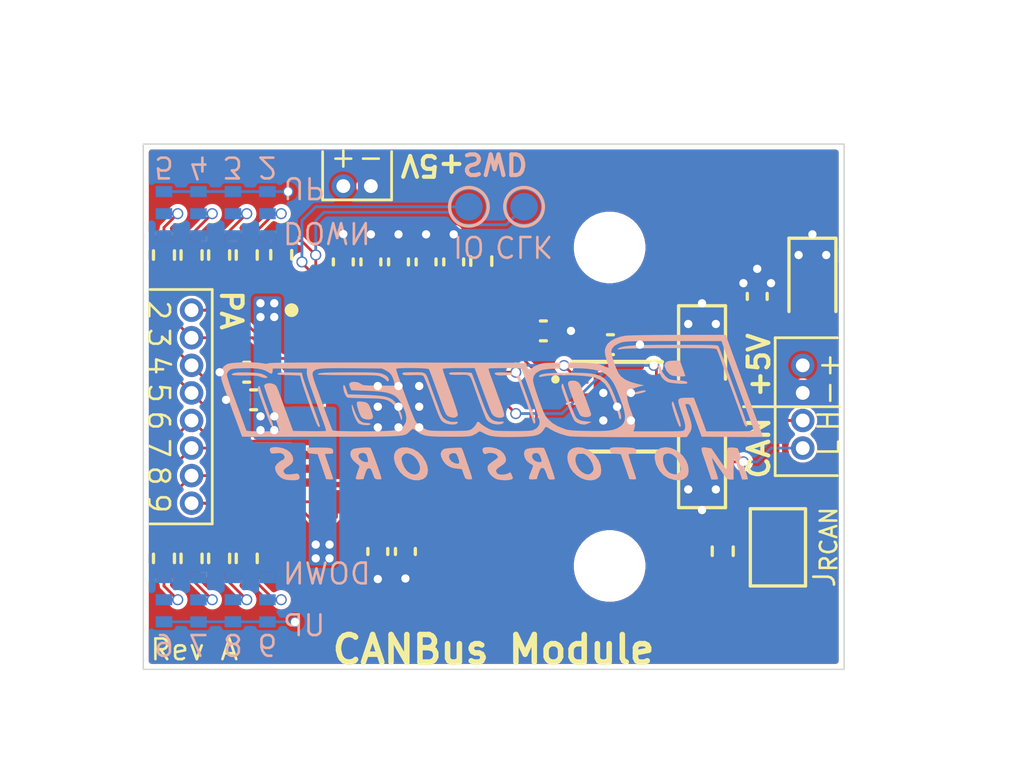
<source format=kicad_pcb>
(kicad_pcb (version 20241229) (generator "pcbnew") (generator_version "9.0")
  (layers (0 "F.Cu" signal) (2 "B.Cu" signal) (13 "F.Paste" user) (15 "B.Paste" user) (5 "F.SilkS" user "F.Silkscreen") (7 "B.SilkS" user "B.Silkscreen") (1 "F.Mask" user) (3 "B.Mask" user) (25 "Edge.Cuts" user))
  (net 0 "")
  (net 1 "+5V")
  (net 2 "GND")
  (net 3 "Net-(IC1-~{RESET})")
  (net 7 "CAN_STBY")
  (net 12 "CAN_TX")
  (net 15 "Net-(IC1-PA31_SWDIO)")
  (net 18 "CAN_RX")
  (net 23 "Net-(IC1-PA30_SWCLK)")
  (net 29 "CAN_NSIL")
  (net 32 "CANL")
  (net 33 "CANH")
  (net 34 "Net-(JP2-B)")
  (net 37 "Net-(JP3-C)")
  (net 38 "PA09")
  (net 39 "PA08")
  (net 40 "PA04")
  (net 41 "PA06")
  (net 42 "PA05")
  (net 43 "PA02")
  (net 44 "PA03")
  (net 45 "PA07")
  (net 46 "Net-(JP1-C)")
  (net 47 "Net-(JP4-C)")
  (net 48 "Net-(JP5-C)")
  (net 49 "Net-(JP6-C)")
  (net 50 "Net-(JP7-C)")
  (net 51 "Net-(JP8-C)")
  (net 52 "Net-(JP9-C)")
  (footprint "Diode_SMD:D_SOD-323" (layer "F.Cu") (at 133 56.95 -90)
    (property "Reference" "D2" (hide yes))
    (property "Value" "PESD5V0S1BAF")
  )
  (footprint "Capacitor_SMD:C_0402_1005Metric" (layer "F.Cu") (at 135 55 90)
    (property "Reference" "C12" (hide yes))
    (property "Value" "10u")
  )
  (footprint "ATA6560-GBQW-N:VDFN8_3X3_MCH" (layer "F.Cu") (at 129.9224 59)
    (property "Reference" "U1" (hide yes))
    (property "Value" "ATA6560-GBQW-N")
  )
  (footprint "Resistor_SMD:R_0402_1005Metric" (layer "F.Cu") (at 116.5 64.5 -90)
    (property "Reference" "R11" (hide yes))
    (property "Value" "1k")
  )
  (footprint "Resistor_SMD:R_0402_1005Metric" (layer "F.Cu") (at 117.75 53.49 -90)
    (property "Reference" "R2" (hide yes))
    (property "Value" "1k")
  )
  (footprint "Capacitor_SMD:C_0402_1005Metric" (layer "F.Cu") (at 122 53.75 90)
    (property "Reference" "C6" (hide yes))
    (property "Value" "100n")
  )
  (footprint "Resistor_SMD:R_0402_1005Metric" (layer "F.Cu") (at 113.5 53.5 90)
    (property "Reference" "R7" (hide yes))
    (property "Value" "1k")
  )
  (footprint "Resistor_SMD:R_0402_1005Metric" (layer "F.Cu") (at 115.5 64.5 -90)
    (property "Reference" "R10" (hide yes))
    (property "Value" "1k")
  )
  (footprint "Conn01x04:01x04_1mm" (layer "F.Cu") (at 137.15 61 180)
    (property "Reference" "J3" (hide yes))
    (property "Value" "Conn_01x04_Socket")
  )
  (footprint "Capacitor_SMD:C_0402_1005Metric" (layer "F.Cu") (at 123 53.75 90)
    (property "Reference" "C2" (hide yes))
    (property "Value" "10u")
  )
  (footprint "Capacitor_SMD:C_0402_1005Metric" (layer "F.Cu") (at 120 53.75 90)
    (property "Reference" "C1" (hide yes))
    (property "Value" "10u")
  )
  (footprint "Resistor_SMD:R_0402_1005Metric" (layer "F.Cu") (at 116.5 53.5 90)
    (property "Reference" "R5" (hide yes))
    (property "Value" "1k")
  )
  (footprint "Capacitor_SMD:C_0402_1005Metric" (layer "F.Cu") (at 127.25 56.25)
    (property "Reference" "C9" (hide yes))
    (property "Value" "100n")
  )
  (footprint "Capacitor_SMD:C_0402_1005Metric" (layer "F.Cu") (at 124 53.75 90)
    (property "Reference" "C10" (hide yes))
    (property "Value" "100n")
  )
  (footprint "Diode_SMD:D_SOD-323" (layer "F.Cu") (at 133 61.05 90)
    (property "Reference" "D3" (hide yes))
    (property "Value" "PESD5V0S1BAF")
  )
  (footprint "Resistor_SMD:R_0402_1005Metric" (layer "F.Cu") (at 113.5 64.5 -90)
    (property "Reference" "R8" (hide yes))
    (property "Value" "1k")
  )
  (footprint "Resistor_SMD:R_0402_1005Metric" (layer "F.Cu") (at 115.5 53.5 90)
    (property "Reference" "R4" (hide yes))
    (property "Value" "1k")
  )
  (footprint "Resistor_SMD:R_0402_1005Metric" (layer "F.Cu") (at 125 53.72 -90)
    (property "Reference" "R1" (hide yes))
    (property "Value" "100k")
  )
  (footprint "Resistor_SMD:R_0402_1005Metric" (layer "F.Cu") (at 114.5 53.5 90)
    (property "Reference" "R6" (hide yes))
    (property "Value" "1k")
  )
  (footprint "Capacitor_SMD:C_0402_1005Metric" (layer "F.Cu") (at 122.25 64.25 -90)
    (property "Reference" "C4" (hide yes))
    (property "Value" "10u")
  )
  (footprint "Resistor_SMD:R_0402_1005Metric" (layer "F.Cu") (at 133.75 64.24 -90)
    (property "Reference" "R3" (hide yes))
    (property "Value" "120")
  )
  (footprint "MountingHole:MountingHole_2.2mm_M2" (layer "F.Cu") (at 129.65 64.775)
    (property "Reference" "REF**" (hide yes))
    (property "Value" "MountingHole_2.2mm_M2")
  )
  (footprint "Capacitor_SMD:C_0402_1005Metric" (layer "F.Cu") (at 121 53.75 90)
    (property "Reference" "C5" (hide yes))
    (property "Value" "100n")
  )
  (footprint "PIC32CM1216JH01048-I/U5B:QFN50P700X700X90-49N-D" (layer "F.Cu") (at 122 59)
    (property "Reference" "IC1" (hide yes))
    (property "Value" "PIC32CM1216JH01048-I_U5B" (hide yes))
  )
  (footprint "Capacitor_SMD:C_0402_1005Metric" (layer "F.Cu") (at 116.5 57.75 180)
    (property "Reference" "C3" (hide yes))
    (property "Value" "10u")
  )
  (footprint "Capacitor_SMD:C_0402_1005Metric" (layer "F.Cu") (at 129.68 56.75)
    (property "Reference" "C11" (hide yes))
    (property "Value" "100n")
  )
  (footprint "Jumper:SolderJumper-2_P1.3mm_Open_Pad1.0x1.5mm" (layer "F.Cu") (at 135.75 64.1 -90)
    (property "Reference" "JP2" (hide yes))
    (property "Value" "Jumper_2_Small_Open")
  )
  (footprint "Conn_01x08:Untitled" (layer "F.Cu") (at 115 63 180)
    (property "Reference" "J1" (hide yes))
    (property "Value" "Conn_01x08_Socket" (hide yes))
  )
  (footprint "Diode_SMD:D_SOD-323" (layer "F.Cu") (at 137 54.5 -90)
    (property "Reference" "D1" (hide yes))
    (property "Value" "PESD5V0S1BAF")
  )
  (footprint "Capacitor_SMD:C_0402_1005Metric" (layer "F.Cu") (at 116.75 58.75 180)
    (property "Reference" "C7" (hide yes))
    (property "Value" "100n")
  )
  (footprint "Conn_01x02:Untitled" (layer "F.Cu") (at 121.5 50.5 -90)
    (property "Reference" "J2" (hide yes))
    (property "Value" "Conn_01x02_Socket" (hide yes))
  )
  (footprint "MountingHole:MountingHole_2.2mm_M2" (layer "F.Cu") (at 129.65 53.225)
    (property "Reference" "REF**" (hide yes))
    (property "Value" "MountingHole_2.2mm_M2")
  )
  (footprint "Capacitor_SMD:C_0402_1005Metric" (layer "F.Cu") (at 121.25 64.25 -90)
    (property "Reference" "C8" (hide yes))
    (property "Value" "100n")
  )
  (footprint "Resistor_SMD:R_0402_1005Metric" (layer "F.Cu") (at 114.5 64.5 -90)
    (property "Reference" "R9" (hide yes))
    (property "Value" "1k")
  )
  (footprint "SolderJumperSmall:Jumper3Small" (layer "B.Cu") (at 113.9 53.1 90)
    (property "Reference" "JP5" (hide yes))
    (property "Value" "SolderJumper_3_Open" (hide yes))
  )
  (footprint "SolderJumperSmall:Jumper3Small" (layer "B.Cu") (at 115.15 53.1 90)
    (property "Reference" "JP4" (hide yes))
    (property "Value" "SolderJumper_3_Open" (hide yes))
  )
  (footprint "TestPoint:TestPoint_Pad_D1.0mm" (layer "B.Cu") (at 124.549999 51.75 180)
    (property "Reference" "TP3" (hide yes))
    (property "Value" "TestPoint")
  )
  (footprint "TestPoint:TestPoint_Pad_D1.0mm" (layer "B.Cu") (at 126.549999 51.75 180)
    (property "Reference" "TP4" (hide yes))
    (property "Value" "TestPoint")
  )
  (footprint "SolderJumperSmall:Jumper3Small" (layer "B.Cu") (at 115.6 64.9 -90)
    (property "Reference" "JP8" (hide yes))
    (property "Value" "SolderJumper_3_Open" (hide yes))
  )
  (footprint "Logos:RowanMotorsports" (layer "B.Cu") (at 125.742775 59.244323 180)
    (property "Reference" "G***" (hide yes))
    (property "Value" "LOGO" (hide yes))
  )
  (footprint "SolderJumperSmall:Jumper3Small" (layer "B.Cu") (at 114.350001 64.903152 -90)
    (property "Reference" "JP7" (hide yes))
    (property "Value" "SolderJumper_3_Open" (hide yes))
  )
  (footprint "SolderJumperSmall:Jumper3Small" (layer "B.Cu") (at 116.850001 64.903152 -90)
    (property "Reference" "JP9" (hide yes))
    (property "Value" "SolderJumper_3_Open" (hide yes))
  )
  (footprint "SolderJumperSmall:Jumper3Small" (layer "B.Cu") (at 117.65 53.1 90)
    (property "Reference" "JP3" (hide yes))
    (property "Value" "SolderJumper_3_Open" (hide yes))
  )
  (footprint "SolderJumperSmall:Jumper3Small" (layer "B.Cu") (at 113.1 64.9 -90)
    (property "Reference" "JP6" (hide yes))
    (property "Value" "SolderJumper_3_Open" (hide yes))
  )
  (footprint "SolderJumperSmall:Jumper3Small" (layer "B.Cu") (at 116.4 53.1 90)
    (property "Reference" "JP1" (hide yes))
    (property "Value" "SolderJumper_3_Open" (hide yes))
  )
  (gr_line (start 121.75 51.5) (end 119.25 51.5) (stroke (width 0.1)) (layer "F.SilkS"))
  (gr_line (start 135.65 61.5) (end 135.65 56.5) (stroke (width 0.1)) (layer "F.SilkS"))
  (gr_line (start 119.25 51.5) (end 119.25 49.75) (stroke (width 0.1)) (layer "F.SilkS"))
  (gr_line (start 115.25 54.75) (end 115.25 63.25) (stroke (width 0.1)) (layer "F.SilkS"))
  (gr_line (start 113 54.75) (end 115.25 54.75) (stroke (width 0.1)) (layer "F.SilkS"))
  (gr_line (start 135.65 61.5) (end 137.9 61.5) (stroke (width 0.1)) (layer "F.SilkS"))
  (gr_line (start 135.65 56.5) (end 137.9 56.5) (stroke (width 0.1)) (layer "F.SilkS"))
  (gr_line (start 121.75 49.75) (end 121.75 51.5) (stroke (width 0.1)) (layer "F.SilkS"))
  (gr_line (start 134.5 59) (end 138 59) (stroke (width 0.1)) (layer "F.SilkS"))
  (gr_line (start 115.25 63.25) (end 113 63.25) (stroke (width 0.1)) (layer "F.SilkS"))
  (gr_rect (start 112.75 49.475) (end 138.15 68.525) (stroke (width 0.05)) (fill no) (layer "Edge.Cuts"))
  (gr_text "H" (at 137.15 59.5 90) (layer "F.SilkS") (effects (font (size 0.75 0.75) (thickness 0.09375)) (justify top)))
  (gr_text "7" (at 113.75 60.5 270) (layer "F.SilkS") (effects (font (size 0.75 0.75) (thickness 0.09375)) (justify top)))
  (gr_text "J_{RCAN}" (at 137 64.1 90) (layer "F.SilkS") (effects (font (size 0.75 0.75) (thickness 0.09375)) (justify top)))
  (gr_text "+" (at 120 50.5 180) (layer "F.SilkS") (effects (font (size 0.75 0.75) (thickness 0.09375)) (justify top)))
  (gr_text "-" (at 121 50.5 180) (layer "F.SilkS") (effects (font (size 0.75 0.75) (thickness 0.09375)) (justify top)))
  (gr_text "+" (at 137.15 57.5 90) (layer "F.SilkS") (effects (font (size 0.75 0.75) (thickness 0.09375)) (justify top)))
  (gr_text "+5V" (at 122 50.25 180) (layer "F.SilkS") (effects (font (size 0.75 0.75) (thickness 0.15) (bold yes)) (justify right)))
  (gr_text "9" (at 113.75 62.5 270) (layer "F.SilkS") (effects (font (size 0.75 0.75) (thickness 0.09375)) (justify top)))
  (gr_text "-" (at 137.15 58.5 90) (layer "F.SilkS") (effects (font (size 0.75 0.75) (thickness 0.09375)) (justify top)))
  (gr_text "6" (at 113.75 59.5 270) (layer "F.SilkS") (effects (font (size 0.75 0.75) (thickness 0.09375)) (justify top)))
  (gr_text "CANBus Module" (at 125.444538 68.393411 0) (layer "F.SilkS") (effects (font (size 1 1) (thickness 0.2) (bold yes)) (justify bottom)))
  (gr_text "2" (at 113.75 55.5 270) (layer "F.SilkS") (effects (font (size 0.75 0.75) (thickness 0.09375)) (justify top)))
  (gr_text "+5V" (at 135.5 57.5 90) (layer "F.SilkS") (effects (font (size 0.75 0.75) (thickness 0.15) (bold yes)) (justify bottom)))
  (gr_text "3" (at 113.75 56.5 270) (layer "F.SilkS") (effects (font (size 0.75 0.75) (thickness 0.09375)) (justify top)))
  (gr_text "8" (at 113.75 61.5 270) (layer "F.SilkS") (effects (font (size 0.75 0.75) (thickness 0.09375)) (justify top)))
  (gr_text "L" (at 137.15 60.5 90) (layer "F.SilkS") (effects (font (size 0.75 0.75) (thickness 0.09375)) (justify top)))
  (gr_text "PA" (at 115.5 55.5 270) (layer "F.SilkS") (effects (font (size 0.75 0.75) (thickness 0.15) (bold yes)) (justify bottom)))
  (gr_text "CAN" (at 135.5 60.5 90) (layer "F.SilkS") (effects (font (size 0.75 0.75) (thickness 0.15) (bold yes)) (justify bottom)))
  (gr_text "5" (at 113.75 58.5 270) (layer "F.SilkS") (effects (font (size 0.75 0.75) (thickness 0.09375)) (justify top)))
  (gr_text "Rev A" (at 112.95 68.25 0) (layer "F.SilkS") (effects (font (size 0.75 0.75) (thickness 0.09375)) (justify left bottom)))
  (gr_text "4" (at 113.75 57.5 270) (layer "F.SilkS") (effects (font (size 0.75 0.75) (thickness 0.09375)) (justify top)))
  (gr_text "DOWN" (at 117.75 65.5 0) (layer "B.SilkS") (effects (font (size 0.75 0.75) (thickness 0.09375)) (justify right bottom mirror)))
  (gr_text "4" (at 114.75 50.75 180) (layer "B.SilkS") (effects (font (size 0.75 0.75) (thickness 0.09375)) (justify top mirror)))
  (gr_text "DOWN" (at 117.75 52.25 180) (layer "B.SilkS") (effects (font (size 0.75 0.75) (thickness 0.09375)) (justify left bottom mirror)))
  (gr_text "7" (at 114.75 67.25 0) (layer "B.SilkS") (effects (font (size 0.75 0.75) (thickness 0.09375)) (justify top mirror)))
  (gr_text "5" (at 113.5 50.75 180) (layer "B.SilkS") (effects (font (size 0.75 0.75) (thickness 0.09375)) (justify top mirror)))
  (gr_text "IO" (at 124.549999 52.75 -180) (layer "B.SilkS") (effects (font (size 0.75 0.75) (thickness 0.09375)) (justify bottom mirror)))
  (gr_text "6" (at 113.5 67.25 0) (layer "B.SilkS") (effects (font (size 0.75 0.75) (thickness 0.09375)) (justify top mirror)))
  (gr_text "2" (at 117.25 50.75 180) (layer "B.SilkS") (effects (font (size 0.75 0.75) (thickness 0.09375)) (justify top mirror)))
  (gr_text "8" (at 116 67.25 0) (layer "B.SilkS") (effects (font (size 0.75 0.75) (thickness 0.09375)) (justify top mirror)))
  (gr_text "9" (at 117.25 67.25 0) (layer "B.SilkS") (effects (font (size 0.75 0.75) (thickness 0.09375)) (justify top mirror)))
  (gr_text "CLK" (at 126.549999 52.75 -180) (layer "B.SilkS") (effects (font (size 0.75 0.75) (thickness 0.09375)) (justify bottom mirror)))
  (gr_text "UP" (at 117.75 51.5 180) (layer "B.SilkS") (effects (font (size 0.75 0.75) (thickness 0.09375)) (justify left top mirror)))
  (gr_text "3" (at 116 50.75 180) (layer "B.SilkS") (effects (font (size 0.75 0.75) (thickness 0.09375)) (justify top mirror)))
  (gr_text "SWD" (at 125.5 49.75 -180) (layer "B.SilkS") (effects (font (size 0.75 0.75) (thickness 0.15) (bold yes)) (justify bottom mirror)))
  (gr_text "UP" (at 117.75 66.5 0) (layer "B.SilkS") (effects (font (size 0.75 0.75) (thickness 0.09375)) (justify right top mirror)))
  (segment (start 121.75 55.55) (end 121.25 55.55) (width 0.2) (layer "F.Cu") (net 1))
  (via (at 119 64) (size 0.4) (drill 0.3) (layers "F.Cu" "B.Cu") (net 1))
  (via (at 117.498615 59.849997) (size 0.4) (drill 0.3) (layers "F.Cu" "B.Cu") (net 1))
  (via (at 116.99713 55.248077) (size 0.4) (drill 0.3) (layers "F.Cu" "B.Cu") (net 1))
  (via (at 117.49713 55.248077) (size 0.4) (drill 0.3) (layers "F.Cu" "B.Cu") (net 1))
  (via (at 116.998615 59.349997) (size 0.4) (drill 0.3) (layers "F.Cu" "B.Cu") (net 1))
  (via (at 119.5 64.5) (size 0.4) (drill 0.3) (layers "F.Cu" "B.Cu") (net 1))
  (via (at 119 64.5) (size 0.4) (drill 0.3) (layers "F.Cu" "B.Cu") (net 1))
  (via (at 116.99713 55.748077) (size 0.4) (drill 0.3) (layers "F.Cu" "B.Cu") (net 1))
  (via (at 118.25 66.803152) (size 0.4) (drill 0.3) (layers "F.Cu" "B.Cu") (net 1))
  (via (at 117.49713 55.748077) (size 0.4) (drill 0.3) (layers "F.Cu" "B.Cu") (net 1))
  (via (at 119.5 64) (size 0.4) (drill 0.3) (layers "F.Cu" "B.Cu") (net 1))
  (via (at 117.498615 59.349997) (size 0.4) (drill 0.3) (layers "F.Cu" "B.Cu") (net 1))
  (via (at 116.998615 59.849997) (size 0.4) (drill 0.3) (layers "F.Cu" "B.Cu") (net 1))
  (via (at 118 51.2) (size 0.4) (drill 0.3) (layers "F.Cu" "B.Cu") (net 1))
  (segment (start 118.25 66.803152) (end 118.246848 66.8) (width 0.1) (layer "B.Cu") (net 1))
  (segment (start 118 51.2) (end 113.5 51.2) (width 0.1) (layer "B.Cu") (net 1))
  (segment (start 118.246848 66.8) (end 113.5 66.8) (width 0.1) (layer "B.Cu") (net 1))
  (segment (start 129.5922 58.6698) (end 129.9224 59) (width 0.2) (layer "F.Cu") (net 2))
  (segment (start 120 53.27) (end 120 52.74) (width 0.2) (layer "F.Cu") (net 2))
  (segment (start 133 62) (end 133.5 62) (width 0.2) (layer "F.Cu") (net 2))
  (segment (start 135 54.52) (end 135.5 54.52) (width 0.2) (layer "F.Cu") (net 2))
  (segment (start 122 52.75) (end 122 53.27) (width 0.2) (layer "F.Cu") (net 2))
  (segment (start 133 56) (end 132.5 56) (width 0.2) (layer "F.Cu") (net 2))
  (segment (start 135 54.52) (end 134.5 54.52) (width 0.2) (layer "F.Cu") (net 2))
  (segment (start 121.75 59.25) (end 121.75 62.45) (width 0.2) (layer "F.Cu") (net 2))
  (segment (start 130 56.75) (end 130.75 56.75) (width 0.2) (layer "F.Cu") (net 2))
  (segment (start 128.5 58.6698) (end 129.5922 58.6698) (width 0.2) (layer "F.Cu") (net 2))
  (segment (start 121 53.27) (end 121 52.75) (width 0.2) (layer "F.Cu") (net 2))
  (segment (start 115.52 57.75) (end 116.02 57.75) (width 0.2) (layer "F.Cu") (net 2))
  (segment (start 124.25 56.75) (end 125.45 56.75) (width 0.2) (layer "F.Cu") (net 2))
  (segment (start 123 52.75) (end 123 53.27) (width 0.2) (layer "F.Cu") (net 2))
  (segment (start 137 53.5) (end 136.5 53.5) (width 0.2) (layer "F.Cu") (net 2))
  (segment (start 122.25 65.23) (end 122.25 64.73) (width 0.2) (layer "F.Cu") (net 2))
  (segment (start 133 56) (end 133 55.25) (width 0.2) (layer "F.Cu") (net 2))
  (segment (start 137 53.5) (end 137.5 53.5) (width 0.2) (layer "F.Cu") (net 2))
  (segment (start 122 59) (end 121.25 58.25) (width 0.2) (layer "F.Cu") (net 2))
  (segment (start 122.25 55.55) (end 122.25 58.75) (width 0.2) (layer "F.Cu") (net 2))
  (segment (start 133 62) (end 133 62.75) (width 0.2) (layer "F.Cu") (net 2))
  (segment (start 116.27 58.75) (end 115.75 58.75) (width 0.2) (layer "F.Cu") (net 2))
  (segment (start 135 54.52) (end 135 54) (width 0.2) (layer "F.Cu") (net 2))
  (segment (start 127.73 56.25) (end 128.25 56.25) (width 0.2) (layer "F.Cu") (net 2))
  (segment (start 121.25 65.25) (end 121.25 64.32) (width 0.2) (layer "F.Cu") (net 2))
  (segment (start 122 59) (end 124.25 56.75) (width 0.2) (layer "F.Cu") (net 2))
  (segment (start 122 59) (end 121.75 59.25) (width 0.2) (layer "F.Cu") (net 2))
  (segment (start 122.25 58.75) (end 122 59) (width 0.2) (layer "F.Cu") (net 2))
  (segment (start 121.25 58.25) (end 118.55 58.25) (width 0.2) (layer "F.Cu") (net 2))
  (segment (start 133 62) (end 132.5 62) (width 0.2) (layer "F.Cu") (net 2))
  (segment (start 137 53.5) (end 137 52.75) (width 0.2) (layer "F.Cu") (net 2))
  (segment (start 133 56) (end 133.5 56) (width 0.2) (layer "F.Cu") (net 2))
  (segment (start 124 52.75) (end 124 53.27) (width 0.2) (layer "F.Cu") (net 2))
  (via (at 122.25 65.23) (size 0.4) (drill 0.3) (layers "F.Cu" "B.Cu") (net 2))
  (via (at 130.4224 59.5) (size 0.4) (drill 0.3) (layers "F.Cu" "B.Cu") (net 2))
  (via (at 120 52.74) (size 0.4) (drill 0.3) (layers "F.Cu" "B.Cu") (net 2))
  (via (at 133 62.75) (size 0.4) (drill 0.3) (layers "F.Cu" "B.Cu") (net 2))
  (via (at 129.4224 59.5) (size 0.4) (drill 0.3) (layers "F.Cu" "B.Cu") (net 2))
  (via (at 135.5 54.52) (size 0.4) (drill 0.3) (layers "F.Cu" "B.Cu") (net 2))
  (via (at 137 52.75) (size 0.4) (drill 0.3) (layers "F.Cu" "B.Cu") (net 2))
  (via (at 137.5 53.5) (size 0.4) (drill 0.3) (layers "F.Cu" "B.Cu") (net 2))
  (via (at 122 58.25) (size 0.4) (drill 0.3) (layers "F.Cu" "B.Cu") (net 2))
  (via (at 130.75 56.75) (size 0.4) (drill 0.3) (layers "F.Cu" "B.Cu") (net 2))
  (via (at 134.5 54.52) (size 0.4) (drill 0.3) (layers "F.Cu" "B.Cu") (net 2))
  (via (at 122.75 58.25) (size 0.4) (drill 0.3) (layers "F.Cu" "B.Cu") (net 2))
  (via (at 122 59) (size 0.4) (drill 0.3) (layers "F.Cu" "B.Cu") (net 2))
  (via (at 121 52.75) (size 0.4) (drill 0.3) (layers "F.Cu" "B.Cu") (net 2))
  (via (at 115.75 58.75) (size 0.4) (drill 0.3) (layers "F.Cu" "B.Cu") (net 2))
  (via (at 121.25 65.25) (size 0.4) (drill 0.3) (layers "F.Cu" "B.Cu") (net 2))
  (via (at 121.25 59.75) (size 0.4) (drill 0.3) (layers "F.Cu" "B.Cu") (net 2))
  (via (at 136.5 53.5) (size 0.4) (drill 0.3) (layers "F.Cu" "B.Cu") (net 2))
  (via (at 130.4224 58.5) (size 0.4) (drill 0.3) (layers "F.Cu" "B.Cu") (net 2))
  (via (at 115.52 57.75) (size 0.4) (drill 0.3) (layers "F.Cu" "B.Cu") (net 2))
  (via (at 133.5 62) (size 0.4) (drill 0.3) (layers "F.Cu" "B.Cu") (net 2))
  (via (at 129.9224 59) (size 0.4) (drill 0.3) (layers "F.Cu" "B.Cu") (net 2))
  (via (at 122 52.75) (size 0.4) (drill 0.3) (layers "F.Cu" "B.Cu") (net 2))
  (via (at 133 55.25) (size 0.4) (drill 0.3) (layers "F.Cu" "B.Cu") (net 2))
  (via (at 124 52.75) (size 0.4) (drill 0.3) (layers "F.Cu" "B.Cu") (net 2))
  (via (at 132.5 62) (size 0.4) (drill 0.3) (layers "F.Cu" "B.Cu") (net 2))
  (via (at 132.5 56) (size 0.4) (drill 0.3) (layers "F.Cu" "B.Cu") (net 2))
  (via (at 121.25 58.25) (size 0.4) (drill 0.3) (layers "F.Cu" "B.Cu") (net 2))
  (via (at 129.4224 58.5) (size 0.4) (drill 0.3) (layers "F.Cu" "B.Cu") (net 2))
  (via (at 122.75 59.75) (size 0.4) (drill 0.3) (layers "F.Cu" "B.Cu") (net 2))
  (via (at 135 54) (size 0.4) (drill 0.3) (layers "F.Cu" "B.Cu") (net 2))
  (via (at 123 52.75) (size 0.4) (drill 0.3) (layers "F.Cu" "B.Cu") (net 2))
  (via (at 128.25 56.25) (size 0.4) (drill 0.3) (layers "F.Cu" "B.Cu") (net 2))
  (via (at 121.25 59) (size 0.4) (drill 0.3) (layers "F.Cu" "B.Cu") (net 2))
  (via (at 122.75 59) (size 0.4) (drill 0.3) (layers "F.Cu" "B.Cu") (net 2))
  (via (at 133.5 56) (size 0.4) (drill 0.3) (layers "F.Cu" "B.Cu") (net 2))
  (via (at 122 59.75) (size 0.4) (drill 0.3) (layers "F.Cu" "B.Cu") (net 2))
  (segment (start 124 54.23) (end 123.25 54.98) (width 0.1) (layer "F.Cu") (net 3))
  (segment (start 125 54.23) (end 124 54.23) (width 0.1) (layer "F.Cu") (net 3))
  (segment (start 123.25 54.98) (end 123.25 55.55) (width 0.1) (layer "F.Cu") (net 3))
  (segment (start 126.25 59.25) (end 125.75 58.75) (width 0.1) (layer "F.Cu") (net 7))
  (segment (start 131.3448 57.5948) (end 131.3448 58.0094) (width 0.1) (layer "F.Cu") (net 7))
  (segment (start 131.25 57.5) (end 131.3448 57.5948) (width 0.1) (layer "F.Cu") (net 7))
  (segment (start 125.75 58.75) (end 125.45 58.75) (width 0.1) (layer "F.Cu") (net 7))
  (via (at 131.25 57.5) (size 0.4) (drill 0.3) (layers "F.Cu" "B.Cu") (net 7))
  (via (at 126.25 59.25) (size 0.4) (drill 0.3) (layers "F.Cu" "B.Cu") (net 7))
  (segment (start 127.924 59.25) (end 126.25 59.25) (width 0.1) (layer "B.Cu") (net 7))
  (segment (start 129.674 57.5) (end 127.924 59.25) (width 0.1) (layer "B.Cu") (net 7))
  (segment (start 131.25 57.5) (end 129.674 57.5) (width 0.1) (layer "B.Cu") (net 7))
  (segment (start 126.25 57.75) (end 125.45 57.75) (width 0.1) (layer "F.Cu") (net 12))
  (segment (start 128 57.5094) (end 128.5 58.0094) (width 0.1) (layer "F.Cu") (net 12))
  (via (at 128 57.5094) (size 0.4) (drill 0.3) (layers "F.Cu" "B.Cu") (net 12))
  (via (at 126.25 57.75) (size 0.4) (drill 0.3) (layers "F.Cu" "B.Cu") (net 12))
  (segment (start 127.9906 57.5) (end 128 57.5094) (width 0.1) (layer "B.Cu") (net 12))
  (segment (start 126.5 57.5) (end 127.9906 57.5) (width 0.1) (layer "B.Cu") (net 12))
  (segment (start 126.25 57.75) (end 126.5 57.5) (width 0.1) (layer "B.Cu") (net 12))
  (segment (start 119.577743 54.862) (end 120.112 54.862) (width 0.1) (layer "F.Cu") (net 15))
  (segment (start 120.112 54.862) (end 120.25 55) (width 0.1) (layer "F.Cu") (net 15))
  (segment (start 120.25 55) (end 120.25 55.55) (width 0.1) (layer "F.Cu") (net 15))
  (segment (start 118.5 53.75) (end 118.5 53.784256) (width 0.1) (layer "F.Cu") (net 15))
  (segment (start 118.5 53.784256) (end 119.577743 54.862) (width 0.1) (layer "F.Cu") (net 15))
  (via (at 118.5 53.75) (size 0.4) (drill 0.3) (layers "F.Cu" "B.Cu") (net 15))
  (segment (start 118.5 53.75) (end 118.5 52.25) (width 0.1) (layer "B.Cu") (net 15))
  (segment (start 118.5 52.25) (end 119 51.75) (width 0.1) (layer "B.Cu") (net 15))
  (segment (start 119 51.75) (end 124.549999 51.75) (width 0.1) (layer "B.Cu") (net 15))
  (segment (start 127 59.5) (end 127 57.75) (width 0.1) (layer "F.Cu") (net 18))
  (segment (start 126.5 57.25) (end 125.45 57.25) (width 0.1) (layer "F.Cu") (net 18))
  (segment (start 127 57.75) (end 126.5 57.25) (width 0.1) (layer "F.Cu") (net 18))
  (segment (start 127.4906 59.9906) (end 127 59.5) (width 0.1) (layer "F.Cu") (net 18))
  (segment (start 128.5 59.9906) (end 127.4906 59.9906) (width 0.1) (layer "F.Cu") (net 18))
  (segment (start 118.48 52.98) (end 119 53.5) (width 0.1) (layer "F.Cu") (net 23))
  (segment (start 120.75 55.55) (end 120.75 55) (width 0.1) (layer "F.Cu") (net 23))
  (segment (start 119.661 54.661) (end 119 54) (width 0.1) (layer "F.Cu") (net 23))
  (segment (start 117.75 52.98) (end 118.48 52.98) (width 0.1) (layer "F.Cu") (net 23))
  (segment (start 119 54) (end 119 53.5) (width 0.1) (layer "F.Cu") (net 23))
  (segment (start 119.75 54.661) (end 119.661 54.661) (width 0.1) (layer "F.Cu") (net 23))
  (segment (start 120.75 55) (end 120.5 54.75) (width 0.1) (layer "F.Cu") (net 23))
  (segment (start 120.5 54.75) (end 120.411 54.661) (width 0.1) (layer "F.Cu") (net 23))
  (segment (start 120.411 54.661) (end 119.75 54.661) (width 0.1) (layer "F.Cu") (net 23))
  (via (at 119 53.5) (size 0.4) (drill 0.3) (layers "F.Cu" "B.Cu") (net 23))
  (segment (start 125.898999 52.401) (end 126.549999 51.75) (width 0.1) (layer "B.Cu") (net 23))
  (segment (start 119.299 51.951) (end 123.830345 51.951) (width 0.1) (layer "B.Cu") (net 23))
  (segment (start 124.280345 52.401) (end 125.898999 52.401) (width 0.1) (layer "B.Cu") (net 23))
  (segment (start 119 52.25) (end 119.299 51.951) (width 0.1) (layer "B.Cu") (net 23))
  (segment (start 119 53.5) (end 119 52.25) (width 0.1) (layer "B.Cu") (net 23))
  (segment (start 123.830345 51.951) (end 124.280345 52.401) (width 0.1) (layer "B.Cu") (net 23))
  (segment (start 125.45 58.25) (end 126.549 58.25) (width 0.1) (layer "F.Cu") (net 29))
  (segment (start 126.549 58.25) (end 126.799 58.5) (width 0.1) (layer "F.Cu") (net 29))
  (segment (start 127.715743 60.5) (end 130.8354 60.5) (width 0.1) (layer "F.Cu") (net 29))
  (segment (start 126.799 58.5) (end 126.799 59.583257) (width 0.1) (layer "F.Cu") (net 29))
  (segment (start 130.8354 60.5) (end 131.3448 59.9906) (width 0.1) (layer "F.Cu") (net 29))
  (segment (start 126.799 59.583257) (end 127.715743 60.5) (width 0.1) (layer "F.Cu") (net 29))
  (segment (start 133 60) (end 132.3302 59.3302) (width 0.1) (layer "F.Cu") (net 32))
  (segment (start 134 61) (end 134.5 61) (width 0.1) (layer "F.Cu") (net 32))
  (segment (start 132.3302 59.3302) (end 131.3448 59.3302) (width 0.1) (layer "F.Cu") (net 32))
  (segment (start 133 60) (end 134 61) (width 0.1) (layer "F.Cu") (net 32))
  (segment (start 133.75 63.73) (end 134.5 62.98) (width 0.1) (layer "F.Cu") (net 32))
  (segment (start 134.5 62.98) (end 134.5 61) (width 0.1) (layer "F.Cu") (net 32))
  (via (at 134.5 61) (size 0.4) (drill 0.3) (layers "F.Cu" "B.Cu") (net 32))
  (segment (start 134.5 61) (end 135 61) (width 0.1) (layer "B.Cu") (net 32))
  (segment (start 135 61) (end 135.5 60.5) (width 0.1) (layer "B.Cu") (net 32))
  (segment (start 135.5 60.5) (end 136.65 60.5) (width 0.1) (layer "B.Cu") (net 32))
  (segment (start 132.3302 58.6698) (end 131.3448 58.6698) (width 0.1) (layer "F.Cu") (net 33))
  (segment (start 135.75 59.79896) (end 135.75 63.45) (width 0.1) (layer "F.Cu") (net 33))
  (segment (start 136.65 59.5) (end 134.5 59.5) (width 0.1) (layer "F.Cu") (net 33))
  (segment (start 136.65 59.5) (end 136.04896 59.5) (width 0.1) (layer "F.Cu") (net 33))
  (segment (start 136.04896 59.5) (end 135.75 59.79896) (width 0.1) (layer "F.Cu") (net 33))
  (segment (start 134.5 59.5) (end 133 58) (width 0.1) (layer "F.Cu") (net 33))
  (segment (start 133 58) (end 132.3302 58.6698) (width 0.1) (layer "F.Cu") (net 33))
  (segment (start 133.75 64.75) (end 135.75 64.75) (width 0.1) (layer "F.Cu") (net 34))
  (segment (start 117.75 52) (end 117.49 52) (width 0.1) (layer "F.Cu") (net 37))
  (segment (start 117.49 52) (end 116.5 52.99) (width 0.1) (layer "F.Cu") (net 37))
  (via (at 117.75 52) (size 0.4) (drill 0.3) (layers "F.Cu" "B.Cu") (net 37))
  (segment (start 117.25 52) (end 117.75 52) (width 0.1) (layer "B.Cu") (net 37))
  (segment (start 119.75 63) (end 119.5 63.25) (width 0.1) (layer "F.Cu") (net 38))
  (segment (start 118.25 62.5) (end 114.5 62.5) (width 0.1) (layer "F.Cu") (net 38))
  (segment (start 119.75 62.45) (end 119.75 63) (width 0.1) (layer "F.Cu") (net 38))
  (segment (start 115.01 62.5) (end 114.5 62.5) (width 0.1) (layer "F.Cu") (net 38))
  (segment (start 116.5 63.99) (end 115.01 62.5) (width 0.1) (layer "F.Cu") (net 38))
  (segment (start 119 63.25) (end 118.25 62.5) (width 0.1) (layer "F.Cu") (net 38))
  (segment (start 119.5 63.25) (end 119 63.25) (width 0.1) (layer "F.Cu") (net 38))
  (segment (start 113.924 62.076) (end 114.5 61.5) (width 0.1) (layer "F.Cu") (net 39))
  (segment (start 114.261412 63.076) (end 114.586 63.076) (width 0.1) (layer "F.Cu") (net 39))
  (segment (start 116.75 62.299) (end 118.349 62.299) (width 0.1) (layer "F.Cu") (net 39))
  (segment (start 114.5 61.5) (end 115.951 61.5) (width 0.1) (layer "F.Cu") (net 39))
  (segment (start 113.924 62.738588) (end 113.924 62.076) (width 0.1) (layer "F.Cu") (net 39))
  (segment (start 118.5 62.45) (end 119.25 62.45) (width 0.1) (layer "F.Cu") (net 39))
  (segment (start 118.349 62.299) (end 118.5 62.45) (width 0.1) (layer "F.Cu") (net 39))
  (segment (start 114.586 63.076) (end 115.5 63.99) (width 0.1) (layer "F.Cu") (net 39))
  (segment (start 113.924 62.738588) (end 114.261412 63.076) (width 0.1) (layer "F.Cu") (net 39))
  (segment (start 115.951 61.5) (end 116.75 62.299) (width 0.1) (layer "F.Cu") (net 39))
  (segment (start 115.602885 59.318628) (end 115.25 58.965744) (width 0.1) (layer "F.Cu") (net 40))
  (segment (start 115.25 58.25) (end 114.5 57.5) (width 0.1) (layer "F.Cu") (net 40))
  (segment (start 113.723 55.178155) (end 114.5 54.401156) (width 0.1) (layer "F.Cu") (net 40))
  (segment (start 118.55 60.25) (end 115.838026 60.25) (width 0.1) (layer "F.Cu") (net 40))
  (segment (start 114.5 57.5) (end 113.723 56.723) (width 0.1) (layer "F.Cu") (net 40))
  (segment (start 115.25 58.965744) (end 115.25 58.25) (width 0.1) (layer "F.Cu") (net 40))
  (segment (start 113.723 56.723) (end 113.723 55.178155) (width 0.1) (layer "F.Cu") (net 40))
  (segment (start 114.5 54.401156) (end 114.5 54.01) (width 0.1) (layer "F.Cu") (net 40))
  (segment (start 115.602885 60.014859) (end 115.602885 59.318628) (width 0.1) (layer "F.Cu") (net 40))
  (segment (start 115.838026 60.25) (end 115.602885 60.014859) (width 0.1) (layer "F.Cu") (net 40))
  (segment (start 114.519514 59.5) (end 116.269513 61.25) (width 0.1) (layer "F.Cu") (net 41))
  (segment (start 113.5 60.5) (end 114.5 59.5) (width 0.1) (layer "F.Cu") (net 41))
  (segment (start 116.269513 61.25) (end 118.55 61.25) (width 0.1) (layer "F.Cu") (net 41))
  (segment (start 113.5 63.99) (end 113.5 60.5) (width 0.1) (layer "F.Cu") (net 41))
  (segment (start 114.5 59.5) (end 114.519514 59.5) (width 0.1) (layer "F.Cu") (net 41))
  (segment (start 113.5 57.5) (end 114.5 58.5) (width 0.1) (layer "F.Cu") (net 42))
  (segment (start 115.401885 60.098115) (end 116.05377 60.75) (width 0.1) (layer "F.Cu") (net 42))
  (segment (start 114.5 58.5) (end 115.401885 59.401885) (width 0.1) (layer "F.Cu") (net 42))
  (segment (start 116.05377 60.75) (end 118.55 60.75) (width 0.1) (layer "F.Cu") (net 42))
  (segment (start 113.5 54.01) (end 113.5 57.5) (width 0.1) (layer "F.Cu") (net 42))
  (segment (start 115.401885 59.401885) (end 115.401885 60.098115) (width 0.1) (layer "F.Cu") (net 42))
  (segment (start 116.5 54.01) (end 115.01 55.5) (width 0.1) (layer "F.Cu") (net 43))
  (segment (start 115.994836 55.5) (end 114.5 55.5) (width 0.1) (layer "F.Cu") (net 43))
  (segment (start 115.01 55.5) (end 114.5 55.5) (width 0.1) (layer "F.Cu") (net 43))
  (segment (start 118.55 57.25) (end 117.744836 57.25) (width 0.1) (layer "F.Cu") (net 43))
  (segment (start 117.744836 57.25) (end 115.994836 55.5) (width 0.1) (layer "F.Cu") (net 43))
  (segment (start 114.586 54.924) (end 114.261412 54.924) (width 0.1) (layer "F.Cu") (net 44))
  (segment (start 113.924 55.261412) (end 113.924 55.924) (width 0.1) (layer "F.Cu") (net 44))
  (segment (start 116.71058 56.5) (end 117.66158 57.451) (width 0.1) (layer "F.Cu") (net 44))
  (segment (start 117.678708 57.451) (end 117.977708 57.75) (width 0.1) (layer "F.Cu") (net 44))
  (segment (start 113.924 55.924) (end 114.5 56.5) (width 0.1) (layer "F.Cu") (net 44))
  (segment (start 115.5 54.01) (end 114.586 54.924) (width 0.1) (layer "F.Cu") (net 44))
  (segment (start 114.261412 54.924) (end 113.924 55.261412) (width 0.1) (layer "F.Cu") (net 44))
  (segment (start 114.5 56.5) (end 116.71058 56.5) (width 0.1) (layer "F.Cu") (net 44))
  (segment (start 117.66158 57.451) (end 117.678708 57.451) (width 0.1) (layer "F.Cu") (net 44))
  (segment (start 117.977708 57.75) (end 118.55 57.75) (width 0.1) (layer "F.Cu") (net 44))
  (segment (start 115.235257 60.5) (end 116.485257 61.75) (width 0.1) (layer "F.Cu") (net 45))
  (segment (start 116.485257 61.75) (end 118.55 61.75) (width 0.1) (layer "F.Cu") (net 45))
  (segment (start 114.5 60.5) (end 113.723 61.277) (width 0.1) (layer "F.Cu") (net 45))
  (segment (start 113.723 62.821845) (end 114.5 63.598844) (width 0.1) (layer "F.Cu") (net 45))
  (segment (start 114.5 60.5) (end 115.235257 60.5) (width 0.1) (layer "F.Cu") (net 45))
  (segment (start 113.723 61.277) (end 113.723 62.821845) (width 0.1) (layer "F.Cu") (net 45))
  (segment (start 114.5 63.598844) (end 114.5 63.99) (width 0.1) (layer "F.Cu") (net 45))
  (segment (start 115.51 52.99) (end 115.5 52.99) (width 0.1) (layer "F.Cu") (net 46))
  (segment (start 116.5 52) (end 115.51 52.99) (width 0.1) (layer "F.Cu") (net 46))
  (via (at 116.5 52) (size 0.4) (drill 0.3) (layers "F.Cu" "B.Cu") (net 46))
  (segment (start 116 52) (end 116.5 52) (width 0.1) (layer "B.Cu") (net 46))
  (segment (start 115.25 52) (end 114.5 52.75) (width 0.1) (layer "F.Cu") (net 47))
  (segment (start 114.5 52.75) (end 114.5 52.99) (width 0.1) (layer "F.Cu") (net 47))
  (via (at 115.25 52) (size 0.4) (drill 0.3) (layers "F.Cu" "B.Cu") (net 47))
  (segment (start 115.25 52) (end 114.75 52) (width 0.1) (layer "B.Cu") (net 47))
  (segment (start 113.5 52.5) (end 113.5 52.99) (width 0.1) (layer "F.Cu") (net 48))
  (segment (start 114 52) (end 113.5 52.5) (width 0.1) (layer "F.Cu") (net 48))
  (via (at 114 52) (size 0.4) (drill 0.3) (layers "F.Cu" "B.Cu") (net 48))
  (segment (start 114 52) (end 113.5 52) (width 0.1) (layer "B.Cu") (net 48))
  (segment (start 114 66) (end 113.5 65.5) (width 0.1) (layer "F.Cu") (net 49))
  (segment (start 113.5 65.5) (end 113.5 65.01) (width 0.1) (layer "F.Cu") (net 49))
  (via (at 114 66) (size 0.4) (drill 0.3) (layers "F.Cu" "B.Cu") (net 49))
  (segment (start 114 66) (end 113.5 66) (width 0.1) (layer "B.Cu") (net 49))
  (segment (start 114.5 65.25) (end 114.5 65.01) (width 0.1) (layer "F.Cu") (net 50))
  (segment (start 115.25 66) (end 114.5 65.25) (width 0.1) (layer "F.Cu") (net 50))
  (via (at 115.25 66) (size 0.4) (drill 0.3) (layers "F.Cu" "B.Cu") (net 50))
  (segment (start 115.246848 66.003152) (end 115.25 66) (width 0.1) (layer "B.Cu") (net 50))
  (segment (start 114.750001 66.003152) (end 115.246848 66.003152) (width 0.1) (layer "B.Cu") (net 50))
  (segment (start 115.51 65.01) (end 115.5 65.01) (width 0.1) (layer "F.Cu") (net 51))
  (segment (start 116.5 66) (end 115.51 65.01) (width 0.1) (layer "F.Cu") (net 51))
  (via (at 116.5 66) (size 0.4) (drill 0.3) (layers "F.Cu" "B.Cu") (net 51))
  (segment (start 116 66) (end 116.5 66) (width 0.1) (layer "B.Cu") (net 51))
  (segment (start 116.5 65.01) (end 117.49 66) (width 0.1) (layer "F.Cu") (net 52))
  (segment (start 117.49 66) (end 117.75 66) (width 0.1) (layer "F.Cu") (net 52))
  (via (at 117.75 66) (size 0.4) (drill 0.3) (layers "F.Cu" "B.Cu") (net 52))
  (segment (start 117.746848 66.003152) (end 117.75 66) (width 0.1) (layer "B.Cu") (net 52))
  (segment (start 117.250001 66.003152) (end 117.746848 66.003152) (width 0.1) (layer "B.Cu") (net 52))
  (zone (net 1) (net_name "+5V") (layer "F.Cu") (connect_pads yes (clearance 0.1)) (min_thickness 0.2) (fill yes (thermal_gap 0.2) (thermal_bridge_width 0.2))
    (polygon (pts (xy 112.5 49.1) (xy 138.5 49.1) (xy 138.5 68.95) (xy 112.5 68.95)))
  )
  (zone (net 1) (net_name "+5V") (layer "B.Cu") (priority 1) (connect_pads (clearance 0.1)) (min_thickness 0.2) (fill yes (thermal_gap 0.2) (thermal_bridge_width 0.2))
    (polygon (pts (xy 118.75 60.2) (xy 118.75 63.5) (xy 118.75 64.75) (xy 119.75 64.75) (xy 119.75 59) (xy 117.75 59) (xy 117.75 55) (xy 116.75 55) (xy 116.75 60.2)))
  )
  (zone (net 2) (net_name "GND") (layer "B.Cu") (connect_pads yes (clearance 0.1)) (min_thickness 0.2) (fill yes (thermal_gap 0.5) (thermal_bridge_width 0.5))
    (polygon (pts (xy 112.1 48.65) (xy 138.85 48.65) (xy 138.85 69.35) (xy 112.1 69.35)))
  )
)
</source>
